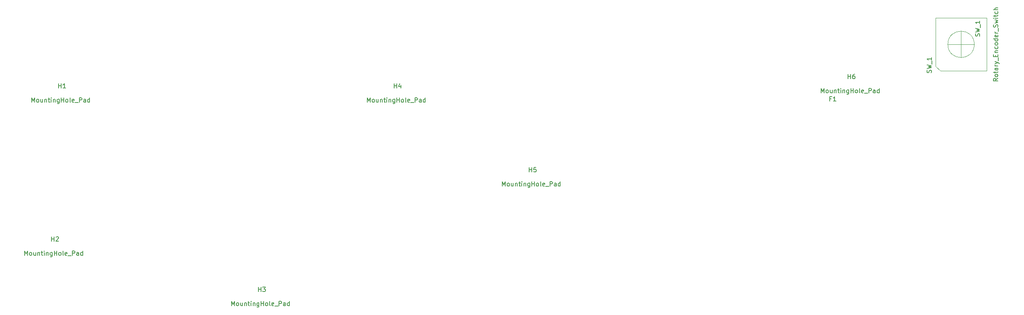
<source format=gbr>
G04 #@! TF.GenerationSoftware,KiCad,Pcbnew,(5.1.4)-1*
G04 #@! TF.CreationDate,2020-12-03T11:49:32-06:00*
G04 #@! TF.ProjectId,m3n3van,6d336e33-7661-46e2-9e6b-696361645f70,rev?*
G04 #@! TF.SameCoordinates,Original*
G04 #@! TF.FileFunction,Other,Fab,Top*
%FSLAX46Y46*%
G04 Gerber Fmt 4.6, Leading zero omitted, Abs format (unit mm)*
G04 Created by KiCad (PCBNEW (5.1.4)-1) date 2020-12-03 11:49:32*
%MOMM*%
%LPD*%
G04 APERTURE LIST*
%ADD10C,0.120000*%
%ADD11C,0.150000*%
G04 APERTURE END LIST*
D10*
X424661200Y-187987800D02*
X424661200Y-181987800D01*
X421661200Y-184987800D02*
X427661200Y-184987800D01*
X419961200Y-190987800D02*
X418861200Y-189987800D01*
X430461200Y-190987800D02*
X419961200Y-190987800D01*
X430461200Y-178987800D02*
X430461200Y-190987800D01*
X418861200Y-178987800D02*
X430461200Y-178987800D01*
X418861200Y-189987800D02*
X418861200Y-178987800D01*
X427661200Y-184987800D02*
G75*
G03X427661200Y-184987800I-3000000J0D01*
G01*
D11*
X213666071Y-198121130D02*
X213666071Y-197121130D01*
X213999404Y-197835416D01*
X214332738Y-197121130D01*
X214332738Y-198121130D01*
X214951785Y-198121130D02*
X214856547Y-198073511D01*
X214808928Y-198025892D01*
X214761309Y-197930654D01*
X214761309Y-197644940D01*
X214808928Y-197549702D01*
X214856547Y-197502083D01*
X214951785Y-197454464D01*
X215094642Y-197454464D01*
X215189880Y-197502083D01*
X215237500Y-197549702D01*
X215285119Y-197644940D01*
X215285119Y-197930654D01*
X215237500Y-198025892D01*
X215189880Y-198073511D01*
X215094642Y-198121130D01*
X214951785Y-198121130D01*
X216142261Y-197454464D02*
X216142261Y-198121130D01*
X215713690Y-197454464D02*
X215713690Y-197978273D01*
X215761309Y-198073511D01*
X215856547Y-198121130D01*
X215999404Y-198121130D01*
X216094642Y-198073511D01*
X216142261Y-198025892D01*
X216618452Y-197454464D02*
X216618452Y-198121130D01*
X216618452Y-197549702D02*
X216666071Y-197502083D01*
X216761309Y-197454464D01*
X216904166Y-197454464D01*
X216999404Y-197502083D01*
X217047023Y-197597321D01*
X217047023Y-198121130D01*
X217380357Y-197454464D02*
X217761309Y-197454464D01*
X217523214Y-197121130D02*
X217523214Y-197978273D01*
X217570833Y-198073511D01*
X217666071Y-198121130D01*
X217761309Y-198121130D01*
X218094642Y-198121130D02*
X218094642Y-197454464D01*
X218094642Y-197121130D02*
X218047023Y-197168750D01*
X218094642Y-197216369D01*
X218142261Y-197168750D01*
X218094642Y-197121130D01*
X218094642Y-197216369D01*
X218570833Y-197454464D02*
X218570833Y-198121130D01*
X218570833Y-197549702D02*
X218618452Y-197502083D01*
X218713690Y-197454464D01*
X218856547Y-197454464D01*
X218951785Y-197502083D01*
X218999404Y-197597321D01*
X218999404Y-198121130D01*
X219904166Y-197454464D02*
X219904166Y-198263988D01*
X219856547Y-198359226D01*
X219808928Y-198406845D01*
X219713690Y-198454464D01*
X219570833Y-198454464D01*
X219475595Y-198406845D01*
X219904166Y-198073511D02*
X219808928Y-198121130D01*
X219618452Y-198121130D01*
X219523214Y-198073511D01*
X219475595Y-198025892D01*
X219427976Y-197930654D01*
X219427976Y-197644940D01*
X219475595Y-197549702D01*
X219523214Y-197502083D01*
X219618452Y-197454464D01*
X219808928Y-197454464D01*
X219904166Y-197502083D01*
X220380357Y-198121130D02*
X220380357Y-197121130D01*
X220380357Y-197597321D02*
X220951785Y-197597321D01*
X220951785Y-198121130D02*
X220951785Y-197121130D01*
X221570833Y-198121130D02*
X221475595Y-198073511D01*
X221427976Y-198025892D01*
X221380357Y-197930654D01*
X221380357Y-197644940D01*
X221427976Y-197549702D01*
X221475595Y-197502083D01*
X221570833Y-197454464D01*
X221713690Y-197454464D01*
X221808928Y-197502083D01*
X221856547Y-197549702D01*
X221904166Y-197644940D01*
X221904166Y-197930654D01*
X221856547Y-198025892D01*
X221808928Y-198073511D01*
X221713690Y-198121130D01*
X221570833Y-198121130D01*
X222475595Y-198121130D02*
X222380357Y-198073511D01*
X222332738Y-197978273D01*
X222332738Y-197121130D01*
X223237500Y-198073511D02*
X223142261Y-198121130D01*
X222951785Y-198121130D01*
X222856547Y-198073511D01*
X222808928Y-197978273D01*
X222808928Y-197597321D01*
X222856547Y-197502083D01*
X222951785Y-197454464D01*
X223142261Y-197454464D01*
X223237500Y-197502083D01*
X223285119Y-197597321D01*
X223285119Y-197692559D01*
X222808928Y-197787797D01*
X223475595Y-198216369D02*
X224237500Y-198216369D01*
X224475595Y-198121130D02*
X224475595Y-197121130D01*
X224856547Y-197121130D01*
X224951785Y-197168750D01*
X224999404Y-197216369D01*
X225047023Y-197311607D01*
X225047023Y-197454464D01*
X224999404Y-197549702D01*
X224951785Y-197597321D01*
X224856547Y-197644940D01*
X224475595Y-197644940D01*
X225904166Y-198121130D02*
X225904166Y-197597321D01*
X225856547Y-197502083D01*
X225761309Y-197454464D01*
X225570833Y-197454464D01*
X225475595Y-197502083D01*
X225904166Y-198073511D02*
X225808928Y-198121130D01*
X225570833Y-198121130D01*
X225475595Y-198073511D01*
X225427976Y-197978273D01*
X225427976Y-197883035D01*
X225475595Y-197787797D01*
X225570833Y-197740178D01*
X225808928Y-197740178D01*
X225904166Y-197692559D01*
X226808928Y-198121130D02*
X226808928Y-197121130D01*
X226808928Y-198073511D02*
X226713690Y-198121130D01*
X226523214Y-198121130D01*
X226427976Y-198073511D01*
X226380357Y-198025892D01*
X226332738Y-197930654D01*
X226332738Y-197644940D01*
X226380357Y-197549702D01*
X226427976Y-197502083D01*
X226523214Y-197454464D01*
X226713690Y-197454464D01*
X226808928Y-197502083D01*
X219775595Y-194921130D02*
X219775595Y-193921130D01*
X219775595Y-194397321D02*
X220347023Y-194397321D01*
X220347023Y-194921130D02*
X220347023Y-193921130D01*
X221347023Y-194921130D02*
X220775595Y-194921130D01*
X221061309Y-194921130D02*
X221061309Y-193921130D01*
X220966071Y-194063988D01*
X220870833Y-194159226D01*
X220775595Y-194206845D01*
X212066071Y-232895130D02*
X212066071Y-231895130D01*
X212399404Y-232609416D01*
X212732738Y-231895130D01*
X212732738Y-232895130D01*
X213351785Y-232895130D02*
X213256547Y-232847511D01*
X213208928Y-232799892D01*
X213161309Y-232704654D01*
X213161309Y-232418940D01*
X213208928Y-232323702D01*
X213256547Y-232276083D01*
X213351785Y-232228464D01*
X213494642Y-232228464D01*
X213589880Y-232276083D01*
X213637500Y-232323702D01*
X213685119Y-232418940D01*
X213685119Y-232704654D01*
X213637500Y-232799892D01*
X213589880Y-232847511D01*
X213494642Y-232895130D01*
X213351785Y-232895130D01*
X214542261Y-232228464D02*
X214542261Y-232895130D01*
X214113690Y-232228464D02*
X214113690Y-232752273D01*
X214161309Y-232847511D01*
X214256547Y-232895130D01*
X214399404Y-232895130D01*
X214494642Y-232847511D01*
X214542261Y-232799892D01*
X215018452Y-232228464D02*
X215018452Y-232895130D01*
X215018452Y-232323702D02*
X215066071Y-232276083D01*
X215161309Y-232228464D01*
X215304166Y-232228464D01*
X215399404Y-232276083D01*
X215447023Y-232371321D01*
X215447023Y-232895130D01*
X215780357Y-232228464D02*
X216161309Y-232228464D01*
X215923214Y-231895130D02*
X215923214Y-232752273D01*
X215970833Y-232847511D01*
X216066071Y-232895130D01*
X216161309Y-232895130D01*
X216494642Y-232895130D02*
X216494642Y-232228464D01*
X216494642Y-231895130D02*
X216447023Y-231942750D01*
X216494642Y-231990369D01*
X216542261Y-231942750D01*
X216494642Y-231895130D01*
X216494642Y-231990369D01*
X216970833Y-232228464D02*
X216970833Y-232895130D01*
X216970833Y-232323702D02*
X217018452Y-232276083D01*
X217113690Y-232228464D01*
X217256547Y-232228464D01*
X217351785Y-232276083D01*
X217399404Y-232371321D01*
X217399404Y-232895130D01*
X218304166Y-232228464D02*
X218304166Y-233037988D01*
X218256547Y-233133226D01*
X218208928Y-233180845D01*
X218113690Y-233228464D01*
X217970833Y-233228464D01*
X217875595Y-233180845D01*
X218304166Y-232847511D02*
X218208928Y-232895130D01*
X218018452Y-232895130D01*
X217923214Y-232847511D01*
X217875595Y-232799892D01*
X217827976Y-232704654D01*
X217827976Y-232418940D01*
X217875595Y-232323702D01*
X217923214Y-232276083D01*
X218018452Y-232228464D01*
X218208928Y-232228464D01*
X218304166Y-232276083D01*
X218780357Y-232895130D02*
X218780357Y-231895130D01*
X218780357Y-232371321D02*
X219351785Y-232371321D01*
X219351785Y-232895130D02*
X219351785Y-231895130D01*
X219970833Y-232895130D02*
X219875595Y-232847511D01*
X219827976Y-232799892D01*
X219780357Y-232704654D01*
X219780357Y-232418940D01*
X219827976Y-232323702D01*
X219875595Y-232276083D01*
X219970833Y-232228464D01*
X220113690Y-232228464D01*
X220208928Y-232276083D01*
X220256547Y-232323702D01*
X220304166Y-232418940D01*
X220304166Y-232704654D01*
X220256547Y-232799892D01*
X220208928Y-232847511D01*
X220113690Y-232895130D01*
X219970833Y-232895130D01*
X220875595Y-232895130D02*
X220780357Y-232847511D01*
X220732738Y-232752273D01*
X220732738Y-231895130D01*
X221637500Y-232847511D02*
X221542261Y-232895130D01*
X221351785Y-232895130D01*
X221256547Y-232847511D01*
X221208928Y-232752273D01*
X221208928Y-232371321D01*
X221256547Y-232276083D01*
X221351785Y-232228464D01*
X221542261Y-232228464D01*
X221637500Y-232276083D01*
X221685119Y-232371321D01*
X221685119Y-232466559D01*
X221208928Y-232561797D01*
X221875595Y-232990369D02*
X222637500Y-232990369D01*
X222875595Y-232895130D02*
X222875595Y-231895130D01*
X223256547Y-231895130D01*
X223351785Y-231942750D01*
X223399404Y-231990369D01*
X223447023Y-232085607D01*
X223447023Y-232228464D01*
X223399404Y-232323702D01*
X223351785Y-232371321D01*
X223256547Y-232418940D01*
X222875595Y-232418940D01*
X224304166Y-232895130D02*
X224304166Y-232371321D01*
X224256547Y-232276083D01*
X224161309Y-232228464D01*
X223970833Y-232228464D01*
X223875595Y-232276083D01*
X224304166Y-232847511D02*
X224208928Y-232895130D01*
X223970833Y-232895130D01*
X223875595Y-232847511D01*
X223827976Y-232752273D01*
X223827976Y-232657035D01*
X223875595Y-232561797D01*
X223970833Y-232514178D01*
X224208928Y-232514178D01*
X224304166Y-232466559D01*
X225208928Y-232895130D02*
X225208928Y-231895130D01*
X225208928Y-232847511D02*
X225113690Y-232895130D01*
X224923214Y-232895130D01*
X224827976Y-232847511D01*
X224780357Y-232799892D01*
X224732738Y-232704654D01*
X224732738Y-232418940D01*
X224780357Y-232323702D01*
X224827976Y-232276083D01*
X224923214Y-232228464D01*
X225113690Y-232228464D01*
X225208928Y-232276083D01*
X218175595Y-229695130D02*
X218175595Y-228695130D01*
X218175595Y-229171321D02*
X218747023Y-229171321D01*
X218747023Y-229695130D02*
X218747023Y-228695130D01*
X219175595Y-228790369D02*
X219223214Y-228742750D01*
X219318452Y-228695130D01*
X219556547Y-228695130D01*
X219651785Y-228742750D01*
X219699404Y-228790369D01*
X219747023Y-228885607D01*
X219747023Y-228980845D01*
X219699404Y-229123702D01*
X219127976Y-229695130D01*
X219747023Y-229695130D01*
X259016071Y-244345130D02*
X259016071Y-243345130D01*
X259349404Y-244059416D01*
X259682738Y-243345130D01*
X259682738Y-244345130D01*
X260301785Y-244345130D02*
X260206547Y-244297511D01*
X260158928Y-244249892D01*
X260111309Y-244154654D01*
X260111309Y-243868940D01*
X260158928Y-243773702D01*
X260206547Y-243726083D01*
X260301785Y-243678464D01*
X260444642Y-243678464D01*
X260539880Y-243726083D01*
X260587500Y-243773702D01*
X260635119Y-243868940D01*
X260635119Y-244154654D01*
X260587500Y-244249892D01*
X260539880Y-244297511D01*
X260444642Y-244345130D01*
X260301785Y-244345130D01*
X261492261Y-243678464D02*
X261492261Y-244345130D01*
X261063690Y-243678464D02*
X261063690Y-244202273D01*
X261111309Y-244297511D01*
X261206547Y-244345130D01*
X261349404Y-244345130D01*
X261444642Y-244297511D01*
X261492261Y-244249892D01*
X261968452Y-243678464D02*
X261968452Y-244345130D01*
X261968452Y-243773702D02*
X262016071Y-243726083D01*
X262111309Y-243678464D01*
X262254166Y-243678464D01*
X262349404Y-243726083D01*
X262397023Y-243821321D01*
X262397023Y-244345130D01*
X262730357Y-243678464D02*
X263111309Y-243678464D01*
X262873214Y-243345130D02*
X262873214Y-244202273D01*
X262920833Y-244297511D01*
X263016071Y-244345130D01*
X263111309Y-244345130D01*
X263444642Y-244345130D02*
X263444642Y-243678464D01*
X263444642Y-243345130D02*
X263397023Y-243392750D01*
X263444642Y-243440369D01*
X263492261Y-243392750D01*
X263444642Y-243345130D01*
X263444642Y-243440369D01*
X263920833Y-243678464D02*
X263920833Y-244345130D01*
X263920833Y-243773702D02*
X263968452Y-243726083D01*
X264063690Y-243678464D01*
X264206547Y-243678464D01*
X264301785Y-243726083D01*
X264349404Y-243821321D01*
X264349404Y-244345130D01*
X265254166Y-243678464D02*
X265254166Y-244487988D01*
X265206547Y-244583226D01*
X265158928Y-244630845D01*
X265063690Y-244678464D01*
X264920833Y-244678464D01*
X264825595Y-244630845D01*
X265254166Y-244297511D02*
X265158928Y-244345130D01*
X264968452Y-244345130D01*
X264873214Y-244297511D01*
X264825595Y-244249892D01*
X264777976Y-244154654D01*
X264777976Y-243868940D01*
X264825595Y-243773702D01*
X264873214Y-243726083D01*
X264968452Y-243678464D01*
X265158928Y-243678464D01*
X265254166Y-243726083D01*
X265730357Y-244345130D02*
X265730357Y-243345130D01*
X265730357Y-243821321D02*
X266301785Y-243821321D01*
X266301785Y-244345130D02*
X266301785Y-243345130D01*
X266920833Y-244345130D02*
X266825595Y-244297511D01*
X266777976Y-244249892D01*
X266730357Y-244154654D01*
X266730357Y-243868940D01*
X266777976Y-243773702D01*
X266825595Y-243726083D01*
X266920833Y-243678464D01*
X267063690Y-243678464D01*
X267158928Y-243726083D01*
X267206547Y-243773702D01*
X267254166Y-243868940D01*
X267254166Y-244154654D01*
X267206547Y-244249892D01*
X267158928Y-244297511D01*
X267063690Y-244345130D01*
X266920833Y-244345130D01*
X267825595Y-244345130D02*
X267730357Y-244297511D01*
X267682738Y-244202273D01*
X267682738Y-243345130D01*
X268587500Y-244297511D02*
X268492261Y-244345130D01*
X268301785Y-244345130D01*
X268206547Y-244297511D01*
X268158928Y-244202273D01*
X268158928Y-243821321D01*
X268206547Y-243726083D01*
X268301785Y-243678464D01*
X268492261Y-243678464D01*
X268587500Y-243726083D01*
X268635119Y-243821321D01*
X268635119Y-243916559D01*
X268158928Y-244011797D01*
X268825595Y-244440369D02*
X269587500Y-244440369D01*
X269825595Y-244345130D02*
X269825595Y-243345130D01*
X270206547Y-243345130D01*
X270301785Y-243392750D01*
X270349404Y-243440369D01*
X270397023Y-243535607D01*
X270397023Y-243678464D01*
X270349404Y-243773702D01*
X270301785Y-243821321D01*
X270206547Y-243868940D01*
X269825595Y-243868940D01*
X271254166Y-244345130D02*
X271254166Y-243821321D01*
X271206547Y-243726083D01*
X271111309Y-243678464D01*
X270920833Y-243678464D01*
X270825595Y-243726083D01*
X271254166Y-244297511D02*
X271158928Y-244345130D01*
X270920833Y-244345130D01*
X270825595Y-244297511D01*
X270777976Y-244202273D01*
X270777976Y-244107035D01*
X270825595Y-244011797D01*
X270920833Y-243964178D01*
X271158928Y-243964178D01*
X271254166Y-243916559D01*
X272158928Y-244345130D02*
X272158928Y-243345130D01*
X272158928Y-244297511D02*
X272063690Y-244345130D01*
X271873214Y-244345130D01*
X271777976Y-244297511D01*
X271730357Y-244249892D01*
X271682738Y-244154654D01*
X271682738Y-243868940D01*
X271730357Y-243773702D01*
X271777976Y-243726083D01*
X271873214Y-243678464D01*
X272063690Y-243678464D01*
X272158928Y-243726083D01*
X265125595Y-241145130D02*
X265125595Y-240145130D01*
X265125595Y-240621321D02*
X265697023Y-240621321D01*
X265697023Y-241145130D02*
X265697023Y-240145130D01*
X266077976Y-240145130D02*
X266697023Y-240145130D01*
X266363690Y-240526083D01*
X266506547Y-240526083D01*
X266601785Y-240573702D01*
X266649404Y-240621321D01*
X266697023Y-240716559D01*
X266697023Y-240954654D01*
X266649404Y-241049892D01*
X266601785Y-241097511D01*
X266506547Y-241145130D01*
X266220833Y-241145130D01*
X266125595Y-241097511D01*
X266077976Y-241049892D01*
X289866071Y-198121380D02*
X289866071Y-197121380D01*
X290199404Y-197835666D01*
X290532738Y-197121380D01*
X290532738Y-198121380D01*
X291151785Y-198121380D02*
X291056547Y-198073761D01*
X291008928Y-198026142D01*
X290961309Y-197930904D01*
X290961309Y-197645190D01*
X291008928Y-197549952D01*
X291056547Y-197502333D01*
X291151785Y-197454714D01*
X291294642Y-197454714D01*
X291389880Y-197502333D01*
X291437500Y-197549952D01*
X291485119Y-197645190D01*
X291485119Y-197930904D01*
X291437500Y-198026142D01*
X291389880Y-198073761D01*
X291294642Y-198121380D01*
X291151785Y-198121380D01*
X292342261Y-197454714D02*
X292342261Y-198121380D01*
X291913690Y-197454714D02*
X291913690Y-197978523D01*
X291961309Y-198073761D01*
X292056547Y-198121380D01*
X292199404Y-198121380D01*
X292294642Y-198073761D01*
X292342261Y-198026142D01*
X292818452Y-197454714D02*
X292818452Y-198121380D01*
X292818452Y-197549952D02*
X292866071Y-197502333D01*
X292961309Y-197454714D01*
X293104166Y-197454714D01*
X293199404Y-197502333D01*
X293247023Y-197597571D01*
X293247023Y-198121380D01*
X293580357Y-197454714D02*
X293961309Y-197454714D01*
X293723214Y-197121380D02*
X293723214Y-197978523D01*
X293770833Y-198073761D01*
X293866071Y-198121380D01*
X293961309Y-198121380D01*
X294294642Y-198121380D02*
X294294642Y-197454714D01*
X294294642Y-197121380D02*
X294247023Y-197169000D01*
X294294642Y-197216619D01*
X294342261Y-197169000D01*
X294294642Y-197121380D01*
X294294642Y-197216619D01*
X294770833Y-197454714D02*
X294770833Y-198121380D01*
X294770833Y-197549952D02*
X294818452Y-197502333D01*
X294913690Y-197454714D01*
X295056547Y-197454714D01*
X295151785Y-197502333D01*
X295199404Y-197597571D01*
X295199404Y-198121380D01*
X296104166Y-197454714D02*
X296104166Y-198264238D01*
X296056547Y-198359476D01*
X296008928Y-198407095D01*
X295913690Y-198454714D01*
X295770833Y-198454714D01*
X295675595Y-198407095D01*
X296104166Y-198073761D02*
X296008928Y-198121380D01*
X295818452Y-198121380D01*
X295723214Y-198073761D01*
X295675595Y-198026142D01*
X295627976Y-197930904D01*
X295627976Y-197645190D01*
X295675595Y-197549952D01*
X295723214Y-197502333D01*
X295818452Y-197454714D01*
X296008928Y-197454714D01*
X296104166Y-197502333D01*
X296580357Y-198121380D02*
X296580357Y-197121380D01*
X296580357Y-197597571D02*
X297151785Y-197597571D01*
X297151785Y-198121380D02*
X297151785Y-197121380D01*
X297770833Y-198121380D02*
X297675595Y-198073761D01*
X297627976Y-198026142D01*
X297580357Y-197930904D01*
X297580357Y-197645190D01*
X297627976Y-197549952D01*
X297675595Y-197502333D01*
X297770833Y-197454714D01*
X297913690Y-197454714D01*
X298008928Y-197502333D01*
X298056547Y-197549952D01*
X298104166Y-197645190D01*
X298104166Y-197930904D01*
X298056547Y-198026142D01*
X298008928Y-198073761D01*
X297913690Y-198121380D01*
X297770833Y-198121380D01*
X298675595Y-198121380D02*
X298580357Y-198073761D01*
X298532738Y-197978523D01*
X298532738Y-197121380D01*
X299437500Y-198073761D02*
X299342261Y-198121380D01*
X299151785Y-198121380D01*
X299056547Y-198073761D01*
X299008928Y-197978523D01*
X299008928Y-197597571D01*
X299056547Y-197502333D01*
X299151785Y-197454714D01*
X299342261Y-197454714D01*
X299437500Y-197502333D01*
X299485119Y-197597571D01*
X299485119Y-197692809D01*
X299008928Y-197788047D01*
X299675595Y-198216619D02*
X300437500Y-198216619D01*
X300675595Y-198121380D02*
X300675595Y-197121380D01*
X301056547Y-197121380D01*
X301151785Y-197169000D01*
X301199404Y-197216619D01*
X301247023Y-197311857D01*
X301247023Y-197454714D01*
X301199404Y-197549952D01*
X301151785Y-197597571D01*
X301056547Y-197645190D01*
X300675595Y-197645190D01*
X302104166Y-198121380D02*
X302104166Y-197597571D01*
X302056547Y-197502333D01*
X301961309Y-197454714D01*
X301770833Y-197454714D01*
X301675595Y-197502333D01*
X302104166Y-198073761D02*
X302008928Y-198121380D01*
X301770833Y-198121380D01*
X301675595Y-198073761D01*
X301627976Y-197978523D01*
X301627976Y-197883285D01*
X301675595Y-197788047D01*
X301770833Y-197740428D01*
X302008928Y-197740428D01*
X302104166Y-197692809D01*
X303008928Y-198121380D02*
X303008928Y-197121380D01*
X303008928Y-198073761D02*
X302913690Y-198121380D01*
X302723214Y-198121380D01*
X302627976Y-198073761D01*
X302580357Y-198026142D01*
X302532738Y-197930904D01*
X302532738Y-197645190D01*
X302580357Y-197549952D01*
X302627976Y-197502333D01*
X302723214Y-197454714D01*
X302913690Y-197454714D01*
X303008928Y-197502333D01*
X295975595Y-194921380D02*
X295975595Y-193921380D01*
X295975595Y-194397571D02*
X296547023Y-194397571D01*
X296547023Y-194921380D02*
X296547023Y-193921380D01*
X297451785Y-194254714D02*
X297451785Y-194921380D01*
X297213690Y-193873761D02*
X296975595Y-194588047D01*
X297594642Y-194588047D01*
X320516071Y-217171380D02*
X320516071Y-216171380D01*
X320849404Y-216885666D01*
X321182738Y-216171380D01*
X321182738Y-217171380D01*
X321801785Y-217171380D02*
X321706547Y-217123761D01*
X321658928Y-217076142D01*
X321611309Y-216980904D01*
X321611309Y-216695190D01*
X321658928Y-216599952D01*
X321706547Y-216552333D01*
X321801785Y-216504714D01*
X321944642Y-216504714D01*
X322039880Y-216552333D01*
X322087500Y-216599952D01*
X322135119Y-216695190D01*
X322135119Y-216980904D01*
X322087500Y-217076142D01*
X322039880Y-217123761D01*
X321944642Y-217171380D01*
X321801785Y-217171380D01*
X322992261Y-216504714D02*
X322992261Y-217171380D01*
X322563690Y-216504714D02*
X322563690Y-217028523D01*
X322611309Y-217123761D01*
X322706547Y-217171380D01*
X322849404Y-217171380D01*
X322944642Y-217123761D01*
X322992261Y-217076142D01*
X323468452Y-216504714D02*
X323468452Y-217171380D01*
X323468452Y-216599952D02*
X323516071Y-216552333D01*
X323611309Y-216504714D01*
X323754166Y-216504714D01*
X323849404Y-216552333D01*
X323897023Y-216647571D01*
X323897023Y-217171380D01*
X324230357Y-216504714D02*
X324611309Y-216504714D01*
X324373214Y-216171380D02*
X324373214Y-217028523D01*
X324420833Y-217123761D01*
X324516071Y-217171380D01*
X324611309Y-217171380D01*
X324944642Y-217171380D02*
X324944642Y-216504714D01*
X324944642Y-216171380D02*
X324897023Y-216219000D01*
X324944642Y-216266619D01*
X324992261Y-216219000D01*
X324944642Y-216171380D01*
X324944642Y-216266619D01*
X325420833Y-216504714D02*
X325420833Y-217171380D01*
X325420833Y-216599952D02*
X325468452Y-216552333D01*
X325563690Y-216504714D01*
X325706547Y-216504714D01*
X325801785Y-216552333D01*
X325849404Y-216647571D01*
X325849404Y-217171380D01*
X326754166Y-216504714D02*
X326754166Y-217314238D01*
X326706547Y-217409476D01*
X326658928Y-217457095D01*
X326563690Y-217504714D01*
X326420833Y-217504714D01*
X326325595Y-217457095D01*
X326754166Y-217123761D02*
X326658928Y-217171380D01*
X326468452Y-217171380D01*
X326373214Y-217123761D01*
X326325595Y-217076142D01*
X326277976Y-216980904D01*
X326277976Y-216695190D01*
X326325595Y-216599952D01*
X326373214Y-216552333D01*
X326468452Y-216504714D01*
X326658928Y-216504714D01*
X326754166Y-216552333D01*
X327230357Y-217171380D02*
X327230357Y-216171380D01*
X327230357Y-216647571D02*
X327801785Y-216647571D01*
X327801785Y-217171380D02*
X327801785Y-216171380D01*
X328420833Y-217171380D02*
X328325595Y-217123761D01*
X328277976Y-217076142D01*
X328230357Y-216980904D01*
X328230357Y-216695190D01*
X328277976Y-216599952D01*
X328325595Y-216552333D01*
X328420833Y-216504714D01*
X328563690Y-216504714D01*
X328658928Y-216552333D01*
X328706547Y-216599952D01*
X328754166Y-216695190D01*
X328754166Y-216980904D01*
X328706547Y-217076142D01*
X328658928Y-217123761D01*
X328563690Y-217171380D01*
X328420833Y-217171380D01*
X329325595Y-217171380D02*
X329230357Y-217123761D01*
X329182738Y-217028523D01*
X329182738Y-216171380D01*
X330087500Y-217123761D02*
X329992261Y-217171380D01*
X329801785Y-217171380D01*
X329706547Y-217123761D01*
X329658928Y-217028523D01*
X329658928Y-216647571D01*
X329706547Y-216552333D01*
X329801785Y-216504714D01*
X329992261Y-216504714D01*
X330087500Y-216552333D01*
X330135119Y-216647571D01*
X330135119Y-216742809D01*
X329658928Y-216838047D01*
X330325595Y-217266619D02*
X331087500Y-217266619D01*
X331325595Y-217171380D02*
X331325595Y-216171380D01*
X331706547Y-216171380D01*
X331801785Y-216219000D01*
X331849404Y-216266619D01*
X331897023Y-216361857D01*
X331897023Y-216504714D01*
X331849404Y-216599952D01*
X331801785Y-216647571D01*
X331706547Y-216695190D01*
X331325595Y-216695190D01*
X332754166Y-217171380D02*
X332754166Y-216647571D01*
X332706547Y-216552333D01*
X332611309Y-216504714D01*
X332420833Y-216504714D01*
X332325595Y-216552333D01*
X332754166Y-217123761D02*
X332658928Y-217171380D01*
X332420833Y-217171380D01*
X332325595Y-217123761D01*
X332277976Y-217028523D01*
X332277976Y-216933285D01*
X332325595Y-216838047D01*
X332420833Y-216790428D01*
X332658928Y-216790428D01*
X332754166Y-216742809D01*
X333658928Y-217171380D02*
X333658928Y-216171380D01*
X333658928Y-217123761D02*
X333563690Y-217171380D01*
X333373214Y-217171380D01*
X333277976Y-217123761D01*
X333230357Y-217076142D01*
X333182738Y-216980904D01*
X333182738Y-216695190D01*
X333230357Y-216599952D01*
X333277976Y-216552333D01*
X333373214Y-216504714D01*
X333563690Y-216504714D01*
X333658928Y-216552333D01*
X326625595Y-213971380D02*
X326625595Y-212971380D01*
X326625595Y-213447571D02*
X327197023Y-213447571D01*
X327197023Y-213971380D02*
X327197023Y-212971380D01*
X328149404Y-212971380D02*
X327673214Y-212971380D01*
X327625595Y-213447571D01*
X327673214Y-213399952D01*
X327768452Y-213352333D01*
X328006547Y-213352333D01*
X328101785Y-213399952D01*
X328149404Y-213447571D01*
X328197023Y-213542809D01*
X328197023Y-213780904D01*
X328149404Y-213876142D01*
X328101785Y-213923761D01*
X328006547Y-213971380D01*
X327768452Y-213971380D01*
X327673214Y-213923761D01*
X327625595Y-213876142D01*
X392916071Y-195995130D02*
X392916071Y-194995130D01*
X393249404Y-195709416D01*
X393582738Y-194995130D01*
X393582738Y-195995130D01*
X394201785Y-195995130D02*
X394106547Y-195947511D01*
X394058928Y-195899892D01*
X394011309Y-195804654D01*
X394011309Y-195518940D01*
X394058928Y-195423702D01*
X394106547Y-195376083D01*
X394201785Y-195328464D01*
X394344642Y-195328464D01*
X394439880Y-195376083D01*
X394487500Y-195423702D01*
X394535119Y-195518940D01*
X394535119Y-195804654D01*
X394487500Y-195899892D01*
X394439880Y-195947511D01*
X394344642Y-195995130D01*
X394201785Y-195995130D01*
X395392261Y-195328464D02*
X395392261Y-195995130D01*
X394963690Y-195328464D02*
X394963690Y-195852273D01*
X395011309Y-195947511D01*
X395106547Y-195995130D01*
X395249404Y-195995130D01*
X395344642Y-195947511D01*
X395392261Y-195899892D01*
X395868452Y-195328464D02*
X395868452Y-195995130D01*
X395868452Y-195423702D02*
X395916071Y-195376083D01*
X396011309Y-195328464D01*
X396154166Y-195328464D01*
X396249404Y-195376083D01*
X396297023Y-195471321D01*
X396297023Y-195995130D01*
X396630357Y-195328464D02*
X397011309Y-195328464D01*
X396773214Y-194995130D02*
X396773214Y-195852273D01*
X396820833Y-195947511D01*
X396916071Y-195995130D01*
X397011309Y-195995130D01*
X397344642Y-195995130D02*
X397344642Y-195328464D01*
X397344642Y-194995130D02*
X397297023Y-195042750D01*
X397344642Y-195090369D01*
X397392261Y-195042750D01*
X397344642Y-194995130D01*
X397344642Y-195090369D01*
X397820833Y-195328464D02*
X397820833Y-195995130D01*
X397820833Y-195423702D02*
X397868452Y-195376083D01*
X397963690Y-195328464D01*
X398106547Y-195328464D01*
X398201785Y-195376083D01*
X398249404Y-195471321D01*
X398249404Y-195995130D01*
X399154166Y-195328464D02*
X399154166Y-196137988D01*
X399106547Y-196233226D01*
X399058928Y-196280845D01*
X398963690Y-196328464D01*
X398820833Y-196328464D01*
X398725595Y-196280845D01*
X399154166Y-195947511D02*
X399058928Y-195995130D01*
X398868452Y-195995130D01*
X398773214Y-195947511D01*
X398725595Y-195899892D01*
X398677976Y-195804654D01*
X398677976Y-195518940D01*
X398725595Y-195423702D01*
X398773214Y-195376083D01*
X398868452Y-195328464D01*
X399058928Y-195328464D01*
X399154166Y-195376083D01*
X399630357Y-195995130D02*
X399630357Y-194995130D01*
X399630357Y-195471321D02*
X400201785Y-195471321D01*
X400201785Y-195995130D02*
X400201785Y-194995130D01*
X400820833Y-195995130D02*
X400725595Y-195947511D01*
X400677976Y-195899892D01*
X400630357Y-195804654D01*
X400630357Y-195518940D01*
X400677976Y-195423702D01*
X400725595Y-195376083D01*
X400820833Y-195328464D01*
X400963690Y-195328464D01*
X401058928Y-195376083D01*
X401106547Y-195423702D01*
X401154166Y-195518940D01*
X401154166Y-195804654D01*
X401106547Y-195899892D01*
X401058928Y-195947511D01*
X400963690Y-195995130D01*
X400820833Y-195995130D01*
X401725595Y-195995130D02*
X401630357Y-195947511D01*
X401582738Y-195852273D01*
X401582738Y-194995130D01*
X402487500Y-195947511D02*
X402392261Y-195995130D01*
X402201785Y-195995130D01*
X402106547Y-195947511D01*
X402058928Y-195852273D01*
X402058928Y-195471321D01*
X402106547Y-195376083D01*
X402201785Y-195328464D01*
X402392261Y-195328464D01*
X402487500Y-195376083D01*
X402535119Y-195471321D01*
X402535119Y-195566559D01*
X402058928Y-195661797D01*
X402725595Y-196090369D02*
X403487500Y-196090369D01*
X403725595Y-195995130D02*
X403725595Y-194995130D01*
X404106547Y-194995130D01*
X404201785Y-195042750D01*
X404249404Y-195090369D01*
X404297023Y-195185607D01*
X404297023Y-195328464D01*
X404249404Y-195423702D01*
X404201785Y-195471321D01*
X404106547Y-195518940D01*
X403725595Y-195518940D01*
X405154166Y-195995130D02*
X405154166Y-195471321D01*
X405106547Y-195376083D01*
X405011309Y-195328464D01*
X404820833Y-195328464D01*
X404725595Y-195376083D01*
X405154166Y-195947511D02*
X405058928Y-195995130D01*
X404820833Y-195995130D01*
X404725595Y-195947511D01*
X404677976Y-195852273D01*
X404677976Y-195757035D01*
X404725595Y-195661797D01*
X404820833Y-195614178D01*
X405058928Y-195614178D01*
X405154166Y-195566559D01*
X406058928Y-195995130D02*
X406058928Y-194995130D01*
X406058928Y-195947511D02*
X405963690Y-195995130D01*
X405773214Y-195995130D01*
X405677976Y-195947511D01*
X405630357Y-195899892D01*
X405582738Y-195804654D01*
X405582738Y-195518940D01*
X405630357Y-195423702D01*
X405677976Y-195376083D01*
X405773214Y-195328464D01*
X405963690Y-195328464D01*
X406058928Y-195376083D01*
X399025595Y-192795130D02*
X399025595Y-191795130D01*
X399025595Y-192271321D02*
X399597023Y-192271321D01*
X399597023Y-192795130D02*
X399597023Y-191795130D01*
X400501785Y-191795130D02*
X400311309Y-191795130D01*
X400216071Y-191842750D01*
X400168452Y-191890369D01*
X400073214Y-192033226D01*
X400025595Y-192223702D01*
X400025595Y-192604654D01*
X400073214Y-192699892D01*
X400120833Y-192747511D01*
X400216071Y-192795130D01*
X400406547Y-192795130D01*
X400501785Y-192747511D01*
X400549404Y-192699892D01*
X400597023Y-192604654D01*
X400597023Y-192366559D01*
X400549404Y-192271321D01*
X400501785Y-192223702D01*
X400406547Y-192176083D01*
X400216071Y-192176083D01*
X400120833Y-192223702D01*
X400073214Y-192271321D01*
X400025595Y-192366559D01*
X395208666Y-197360571D02*
X394875333Y-197360571D01*
X394875333Y-197884380D02*
X394875333Y-196884380D01*
X395351523Y-196884380D01*
X396256285Y-197884380D02*
X395684857Y-197884380D01*
X395970571Y-197884380D02*
X395970571Y-196884380D01*
X395875333Y-197027238D01*
X395780095Y-197122476D01*
X395684857Y-197170095D01*
X417865961Y-191402085D02*
X417913580Y-191259228D01*
X417913580Y-191021133D01*
X417865961Y-190925895D01*
X417818342Y-190878276D01*
X417723104Y-190830657D01*
X417627866Y-190830657D01*
X417532628Y-190878276D01*
X417485009Y-190925895D01*
X417437390Y-191021133D01*
X417389771Y-191211609D01*
X417342152Y-191306847D01*
X417294533Y-191354466D01*
X417199295Y-191402085D01*
X417104057Y-191402085D01*
X417008819Y-191354466D01*
X416961200Y-191306847D01*
X416913580Y-191211609D01*
X416913580Y-190973514D01*
X416961200Y-190830657D01*
X416913580Y-190497323D02*
X417913580Y-190259228D01*
X417199295Y-190068752D01*
X417913580Y-189878276D01*
X416913580Y-189640180D01*
X418008819Y-189497323D02*
X418008819Y-188735419D01*
X417913580Y-187973514D02*
X417913580Y-188544942D01*
X417913580Y-188259228D02*
X416913580Y-188259228D01*
X417056438Y-188354466D01*
X417151676Y-188449704D01*
X417199295Y-188544942D01*
X433013580Y-192702085D02*
X432537390Y-193035419D01*
X433013580Y-193273514D02*
X432013580Y-193273514D01*
X432013580Y-192892561D01*
X432061200Y-192797323D01*
X432108819Y-192749704D01*
X432204057Y-192702085D01*
X432346914Y-192702085D01*
X432442152Y-192749704D01*
X432489771Y-192797323D01*
X432537390Y-192892561D01*
X432537390Y-193273514D01*
X433013580Y-192130657D02*
X432965961Y-192225895D01*
X432918342Y-192273514D01*
X432823104Y-192321133D01*
X432537390Y-192321133D01*
X432442152Y-192273514D01*
X432394533Y-192225895D01*
X432346914Y-192130657D01*
X432346914Y-191987800D01*
X432394533Y-191892561D01*
X432442152Y-191844942D01*
X432537390Y-191797323D01*
X432823104Y-191797323D01*
X432918342Y-191844942D01*
X432965961Y-191892561D01*
X433013580Y-191987800D01*
X433013580Y-192130657D01*
X432346914Y-191511609D02*
X432346914Y-191130657D01*
X432013580Y-191368752D02*
X432870723Y-191368752D01*
X432965961Y-191321133D01*
X433013580Y-191225895D01*
X433013580Y-191130657D01*
X433013580Y-190368752D02*
X432489771Y-190368752D01*
X432394533Y-190416371D01*
X432346914Y-190511609D01*
X432346914Y-190702085D01*
X432394533Y-190797323D01*
X432965961Y-190368752D02*
X433013580Y-190463990D01*
X433013580Y-190702085D01*
X432965961Y-190797323D01*
X432870723Y-190844942D01*
X432775485Y-190844942D01*
X432680247Y-190797323D01*
X432632628Y-190702085D01*
X432632628Y-190463990D01*
X432585009Y-190368752D01*
X433013580Y-189892561D02*
X432346914Y-189892561D01*
X432537390Y-189892561D02*
X432442152Y-189844942D01*
X432394533Y-189797323D01*
X432346914Y-189702085D01*
X432346914Y-189606847D01*
X432346914Y-189368752D02*
X433013580Y-189130657D01*
X432346914Y-188892561D02*
X433013580Y-189130657D01*
X433251676Y-189225895D01*
X433299295Y-189273514D01*
X433346914Y-189368752D01*
X433108819Y-188749704D02*
X433108819Y-187987800D01*
X432489771Y-187749704D02*
X432489771Y-187416371D01*
X433013580Y-187273514D02*
X433013580Y-187749704D01*
X432013580Y-187749704D01*
X432013580Y-187273514D01*
X432346914Y-186844942D02*
X433013580Y-186844942D01*
X432442152Y-186844942D02*
X432394533Y-186797323D01*
X432346914Y-186702085D01*
X432346914Y-186559228D01*
X432394533Y-186463990D01*
X432489771Y-186416371D01*
X433013580Y-186416371D01*
X432965961Y-185511609D02*
X433013580Y-185606847D01*
X433013580Y-185797323D01*
X432965961Y-185892561D01*
X432918342Y-185940180D01*
X432823104Y-185987800D01*
X432537390Y-185987800D01*
X432442152Y-185940180D01*
X432394533Y-185892561D01*
X432346914Y-185797323D01*
X432346914Y-185606847D01*
X432394533Y-185511609D01*
X433013580Y-184940180D02*
X432965961Y-185035419D01*
X432918342Y-185083038D01*
X432823104Y-185130657D01*
X432537390Y-185130657D01*
X432442152Y-185083038D01*
X432394533Y-185035419D01*
X432346914Y-184940180D01*
X432346914Y-184797323D01*
X432394533Y-184702085D01*
X432442152Y-184654466D01*
X432537390Y-184606847D01*
X432823104Y-184606847D01*
X432918342Y-184654466D01*
X432965961Y-184702085D01*
X433013580Y-184797323D01*
X433013580Y-184940180D01*
X433013580Y-183749704D02*
X432013580Y-183749704D01*
X432965961Y-183749704D02*
X433013580Y-183844942D01*
X433013580Y-184035419D01*
X432965961Y-184130657D01*
X432918342Y-184178276D01*
X432823104Y-184225895D01*
X432537390Y-184225895D01*
X432442152Y-184178276D01*
X432394533Y-184130657D01*
X432346914Y-184035419D01*
X432346914Y-183844942D01*
X432394533Y-183749704D01*
X432965961Y-182892561D02*
X433013580Y-182987800D01*
X433013580Y-183178276D01*
X432965961Y-183273514D01*
X432870723Y-183321133D01*
X432489771Y-183321133D01*
X432394533Y-183273514D01*
X432346914Y-183178276D01*
X432346914Y-182987800D01*
X432394533Y-182892561D01*
X432489771Y-182844942D01*
X432585009Y-182844942D01*
X432680247Y-183321133D01*
X433013580Y-182416371D02*
X432346914Y-182416371D01*
X432537390Y-182416371D02*
X432442152Y-182368752D01*
X432394533Y-182321133D01*
X432346914Y-182225895D01*
X432346914Y-182130657D01*
X433108819Y-182035419D02*
X433108819Y-181273514D01*
X432965961Y-181083038D02*
X433013580Y-180940180D01*
X433013580Y-180702085D01*
X432965961Y-180606847D01*
X432918342Y-180559228D01*
X432823104Y-180511609D01*
X432727866Y-180511609D01*
X432632628Y-180559228D01*
X432585009Y-180606847D01*
X432537390Y-180702085D01*
X432489771Y-180892561D01*
X432442152Y-180987800D01*
X432394533Y-181035419D01*
X432299295Y-181083038D01*
X432204057Y-181083038D01*
X432108819Y-181035419D01*
X432061200Y-180987800D01*
X432013580Y-180892561D01*
X432013580Y-180654466D01*
X432061200Y-180511609D01*
X432346914Y-180178276D02*
X433013580Y-179987800D01*
X432537390Y-179797323D01*
X433013580Y-179606847D01*
X432346914Y-179416371D01*
X433013580Y-179035419D02*
X432346914Y-179035419D01*
X432013580Y-179035419D02*
X432061200Y-179083038D01*
X432108819Y-179035419D01*
X432061200Y-178987800D01*
X432013580Y-179035419D01*
X432108819Y-179035419D01*
X432346914Y-178702085D02*
X432346914Y-178321133D01*
X432013580Y-178559228D02*
X432870723Y-178559228D01*
X432965961Y-178511609D01*
X433013580Y-178416371D01*
X433013580Y-178321133D01*
X432965961Y-177559228D02*
X433013580Y-177654466D01*
X433013580Y-177844942D01*
X432965961Y-177940180D01*
X432918342Y-177987800D01*
X432823104Y-178035419D01*
X432537390Y-178035419D01*
X432442152Y-177987800D01*
X432394533Y-177940180D01*
X432346914Y-177844942D01*
X432346914Y-177654466D01*
X432394533Y-177559228D01*
X433013580Y-177130657D02*
X432013580Y-177130657D01*
X433013580Y-176702085D02*
X432489771Y-176702085D01*
X432394533Y-176749704D01*
X432346914Y-176844942D01*
X432346914Y-176987800D01*
X432394533Y-177083038D01*
X432442152Y-177130657D01*
X428865961Y-183102085D02*
X428913580Y-182959228D01*
X428913580Y-182721133D01*
X428865961Y-182625895D01*
X428818342Y-182578276D01*
X428723104Y-182530657D01*
X428627866Y-182530657D01*
X428532628Y-182578276D01*
X428485009Y-182625895D01*
X428437390Y-182721133D01*
X428389771Y-182911609D01*
X428342152Y-183006847D01*
X428294533Y-183054466D01*
X428199295Y-183102085D01*
X428104057Y-183102085D01*
X428008819Y-183054466D01*
X427961200Y-183006847D01*
X427913580Y-182911609D01*
X427913580Y-182673514D01*
X427961200Y-182530657D01*
X427913580Y-182197323D02*
X428913580Y-181959228D01*
X428199295Y-181768752D01*
X428913580Y-181578276D01*
X427913580Y-181340180D01*
X429008819Y-181197323D02*
X429008819Y-180435419D01*
X428913580Y-179673514D02*
X428913580Y-180244942D01*
X428913580Y-179959228D02*
X427913580Y-179959228D01*
X428056438Y-180054466D01*
X428151676Y-180149704D01*
X428199295Y-180244942D01*
M02*

</source>
